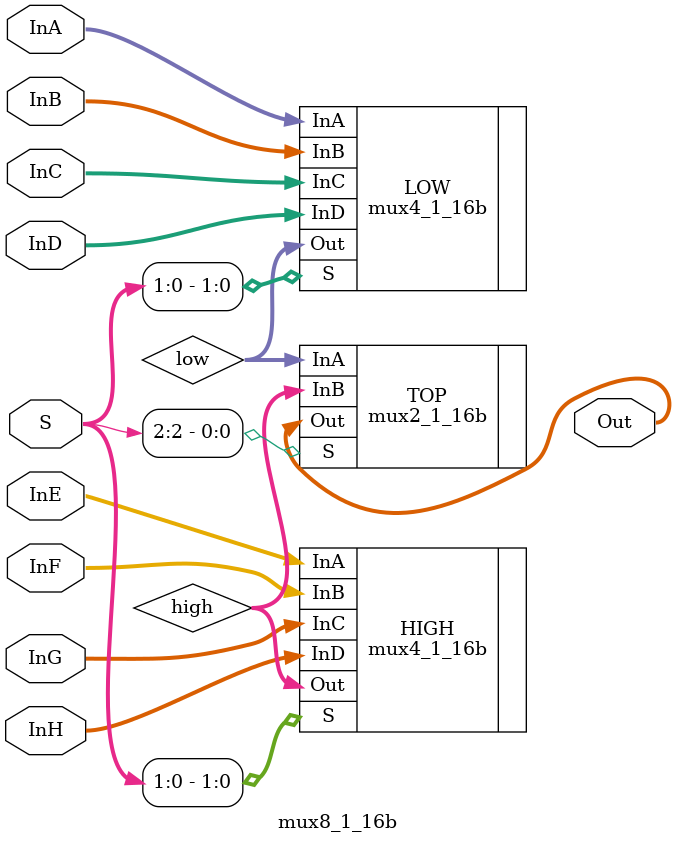
<source format=v>
module mux8_1_16b(InA, InB, InC, InD, InE, InF, InG, InH, S, Out);
	input  [15:0] InA, InB, InC, InD, InE, InF, InG, InH;
	input  [2:0] S;
	output [15:0] Out;

	wire [15:0] low, high;

	mux4_1_16b LOW (.InA(InA), .InB(InB), .InC(InC), .InD(InD), .S(S[1:0]), .Out(low));
	mux4_1_16b HIGH(.InA(InE), .InB(InF), .InC(InG), .InD(InH), .S(S[1:0]), .Out(high));
	mux2_1_16b TOP (.InA(low), .InB(high), .S(S[2]), .Out(Out));
	
endmodule

</source>
